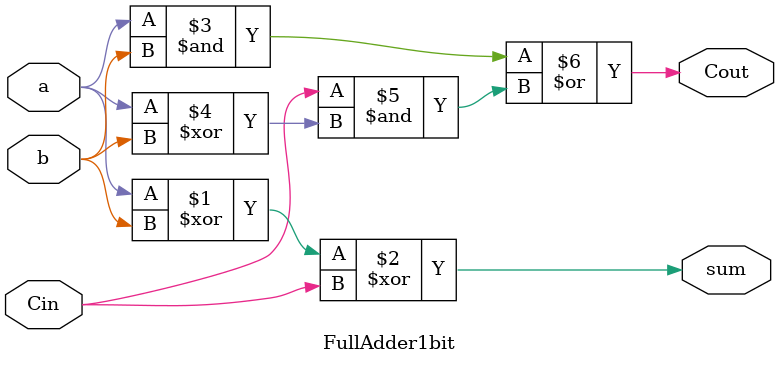
<source format=v>
`timescale 1ns / 1ps


module FullAdder1bit(input a, input b, input Cin,
                     output sum, output Cout);
                     
   assign sum = a ^ b ^ Cin;
   assign Cout = (a & b) | (Cin & (a ^ b));
         
endmodule

</source>
